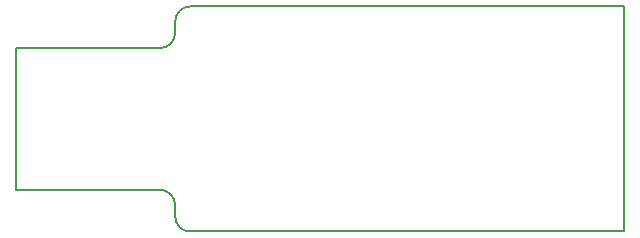
<source format=gko>
G04 #@! TF.FileFunction,Profile,NP*
%FSLAX46Y46*%
G04 Gerber Fmt 4.6, Leading zero omitted, Abs format (unit mm)*
G04 Created by KiCad (PCBNEW 4.0.1-2.fc23-product) date Tue 12 Jan 2016 10:32:47 PM CET*
%MOMM*%
G01*
G04 APERTURE LIST*
%ADD10C,0.100000*%
%ADD11C,0.150000*%
G04 APERTURE END LIST*
D10*
D11*
X138557000Y-107950000D02*
X138557000Y-106934000D01*
X138557000Y-123444000D02*
X138557000Y-122428000D01*
X138557000Y-122459000D02*
G75*
G03X137287000Y-121189000I-1270000J0D01*
G01*
X138557000Y-123444000D02*
G75*
G03X139827000Y-124714000I1270000J0D01*
G01*
X137287000Y-109189000D02*
G75*
G03X138557000Y-107919000I0J1270000D01*
G01*
X139827000Y-105664000D02*
G75*
G03X138557000Y-106934000I0J-1270000D01*
G01*
X176530000Y-105664000D02*
X139827000Y-105664000D01*
X176530000Y-124714000D02*
X139827000Y-124714000D01*
X176530000Y-105664000D02*
X176530000Y-124714000D01*
X125095000Y-109220000D02*
X125095000Y-121189000D01*
X125095000Y-121189000D02*
X137287000Y-121189000D01*
X137287000Y-109189000D02*
X125095000Y-109189000D01*
M02*

</source>
